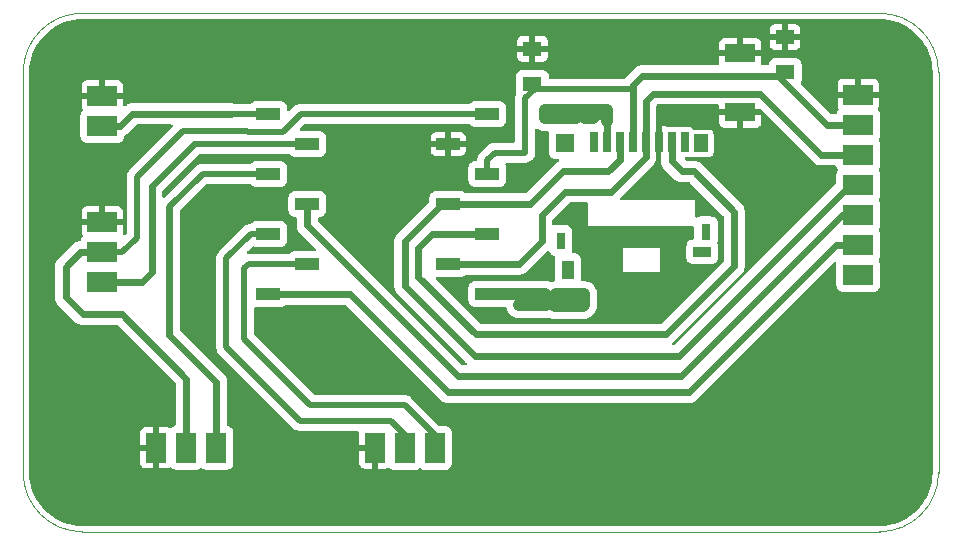
<source format=gbr>
%TF.GenerationSoftware,KiCad,Pcbnew,9.0.0*%
%TF.CreationDate,2025-04-09T09:51:51+03:00*%
%TF.ProjectId,baseball_main_pcb,62617365-6261-46c6-9c5f-6d61696e5f70,rev?*%
%TF.SameCoordinates,Original*%
%TF.FileFunction,Copper,L1,Top*%
%TF.FilePolarity,Positive*%
%FSLAX46Y46*%
G04 Gerber Fmt 4.6, Leading zero omitted, Abs format (unit mm)*
G04 Created by KiCad (PCBNEW 9.0.0) date 2025-04-09 09:51:51*
%MOMM*%
%LPD*%
G01*
G04 APERTURE LIST*
%TA.AperFunction,SMDPad,CuDef*%
%ADD10R,1.600000X1.200000*%
%TD*%
%TA.AperFunction,SMDPad,CuDef*%
%ADD11R,2.600000X1.600000*%
%TD*%
%TA.AperFunction,SMDPad,CuDef*%
%ADD12R,2.000000X1.000000*%
%TD*%
%TA.AperFunction,SMDPad,CuDef*%
%ADD13R,1.700000X2.500000*%
%TD*%
%TA.AperFunction,SMDPad,CuDef*%
%ADD14R,2.500000X1.700000*%
%TD*%
%TA.AperFunction,SMDPad,CuDef*%
%ADD15R,0.700000X1.750000*%
%TD*%
%TA.AperFunction,SMDPad,CuDef*%
%ADD16R,0.800000X1.400000*%
%TD*%
%TA.AperFunction,SMDPad,CuDef*%
%ADD17R,1.500000X0.900000*%
%TD*%
%TA.AperFunction,SMDPad,CuDef*%
%ADD18R,1.300000X1.500000*%
%TD*%
%TA.AperFunction,SMDPad,CuDef*%
%ADD19R,1.000000X1.550000*%
%TD*%
%TA.AperFunction,SMDPad,CuDef*%
%ADD20R,1.500000X1.500000*%
%TD*%
%TA.AperFunction,ViaPad*%
%ADD21C,0.600000*%
%TD*%
%TA.AperFunction,Conductor*%
%ADD22C,0.500000*%
%TD*%
%TA.AperFunction,Conductor*%
%ADD23C,0.600000*%
%TD*%
%TA.AperFunction,Conductor*%
%ADD24C,0.400000*%
%TD*%
%TA.AperFunction,Conductor*%
%ADD25C,1.000000*%
%TD*%
%TA.AperFunction,Profile*%
%ADD26C,0.050000*%
%TD*%
G04 APERTURE END LIST*
D10*
%TO.P,C1,1*%
%TO.N,3V3_ESP*%
X175800000Y-64100000D03*
%TO.P,C1,2*%
%TO.N,GND*%
X175800000Y-61100000D03*
%TD*%
D11*
%TO.P,R1,1*%
%TO.N,GND*%
X193400000Y-61500000D03*
%TO.P,R1,2*%
X193400000Y-66500000D03*
%TD*%
D12*
%TO.P,M1,1,D0*%
%TO.N,D0*%
X153460000Y-66630000D03*
%TO.P,M1,2,D1*%
%TO.N,D1*%
X156760000Y-69170000D03*
%TO.P,M1,3,D2*%
%TO.N,D2*%
X153460000Y-71710000D03*
%TO.P,M1,4,D3*%
%TO.N,D3*%
X156760000Y-74250000D03*
%TO.P,M1,5,D4*%
%TO.N,D4*%
X153460000Y-76790000D03*
%TO.P,M1,6,D5*%
%TO.N,D5*%
X156760000Y-79330000D03*
%TO.P,M1,7,D6*%
%TO.N,D6*%
X153460000Y-81870000D03*
%TO.P,M1,8,D7*%
%TO.N,D7*%
X172000000Y-81870000D03*
%TO.P,M1,9,D8*%
%TO.N,D8*%
X168700000Y-79330000D03*
%TO.P,M1,10,D9*%
%TO.N,D9*%
X172000000Y-76790000D03*
%TO.P,M1,11,D10*%
%TO.N,D10*%
X168700000Y-74250000D03*
%TO.P,M1,12,3V3*%
%TO.N,3V3_ESP*%
X172000000Y-71710000D03*
%TO.P,M1,13,GND*%
%TO.N,GND*%
X168700000Y-69170000D03*
%TO.P,M1,14,5V*%
%TO.N,5V_ESP*%
X172000000Y-66630000D03*
%TD*%
D13*
%TO.P,J9,1,Pin_1*%
%TO.N,D5*%
X167550000Y-94900000D03*
%TO.P,J9,2,Pin_2*%
%TO.N,D4*%
X165010000Y-94900000D03*
%TO.P,J9,3,Pin_3*%
%TO.N,GND*%
X162470000Y-94900000D03*
%TD*%
D14*
%TO.P,J2,1,Pin_1*%
%TO.N,D0*%
X139400000Y-67640000D03*
%TO.P,J2,2,Pin_2*%
%TO.N,GND*%
X139400000Y-65100000D03*
%TD*%
%TO.P,J8,1,Pin_1*%
%TO.N,GND*%
X203400000Y-65000000D03*
%TO.P,J8,2,Pin_2*%
%TO.N,3V3_ESP*%
X203400000Y-67540000D03*
%TO.P,J8,3,Pin_3*%
%TO.N,D8*%
X203400000Y-70080000D03*
%TO.P,J8,4,Pin_4*%
%TO.N,D10*%
X203400000Y-72620000D03*
%TO.P,J8,5,Pin_5*%
%TO.N,D3*%
X203400000Y-75160000D03*
%TO.P,J8,6,Pin_6*%
%TO.N,D6*%
X203400000Y-77700000D03*
%TO.P,J8,7,Pin_7*%
%TO.N,D7*%
X203400000Y-80240000D03*
%TD*%
%TO.P,J5,1,Pin_1*%
%TO.N,D1*%
X139400000Y-80840000D03*
%TO.P,J5,2,Pin_2*%
%TO.N,5V_ESP*%
X139400000Y-78300000D03*
%TO.P,J5,3,Pin_3*%
%TO.N,GND*%
X139400000Y-75760000D03*
%TD*%
D13*
%TO.P,J7,1,Pin_1*%
%TO.N,D2*%
X149050000Y-94890000D03*
%TO.P,J7,2,Pin_2*%
%TO.N,5V_ESP*%
X146510000Y-94890000D03*
%TO.P,J7,3,Pin_3*%
%TO.N,GND*%
X143970000Y-94890000D03*
%TD*%
D15*
%TO.P,J1,1,DAT2*%
%TO.N,unconnected-(J1-DAT2-Pad1)*%
X181000000Y-69000000D03*
%TO.P,J1,2,DAT3/CD*%
%TO.N,D7*%
X182100000Y-69000000D03*
%TO.P,J1,3,CMD*%
%TO.N,D10*%
X183200000Y-69000000D03*
%TO.P,J1,4,VDD*%
%TO.N,3V3_ESP*%
X184300000Y-69000000D03*
%TO.P,J1,5,CLK*%
%TO.N,D8*%
X185400000Y-69000000D03*
%TO.P,J1,6,VSS*%
%TO.N,GND*%
X186500000Y-69000000D03*
%TO.P,J1,7,DAT0*%
%TO.N,D9*%
X187600000Y-69000000D03*
%TO.P,J1,8,DAT1*%
%TO.N,unconnected-(J1-DAT1-Pad8)*%
X188700000Y-69000000D03*
D16*
%TO.P,J1,9,SHIELD*%
%TO.N,unconnected-(J1-SHIELD-Pad9)_1*%
X190500000Y-76600000D03*
D17*
%TO.N,unconnected-(J1-SHIELD-Pad9)_2*%
X190200000Y-78300000D03*
D18*
%TO.N,unconnected-(J1-SHIELD-Pad9)*%
X190100000Y-69100000D03*
D19*
%TO.N,unconnected-(J1-SHIELD-Pad9)_4*%
X178800000Y-79800000D03*
D20*
%TO.N,unconnected-(J1-SHIELD-Pad9)_5*%
X178550000Y-69100000D03*
D16*
%TO.N,unconnected-(J1-SHIELD-Pad9)_3*%
X178200000Y-77350000D03*
%TD*%
D10*
%TO.P,C2,1*%
%TO.N,3V3_ESP*%
X197200000Y-63100000D03*
%TO.P,C2,2*%
%TO.N,GND*%
X197200000Y-60100000D03*
%TD*%
D21*
%TO.N,D7*%
X181200000Y-66300000D03*
X177700000Y-82900000D03*
X202800000Y-80500000D03*
%TD*%
D22*
%TO.N,3V3_ESP*%
X196850000Y-63450000D02*
X196850000Y-63650000D01*
X197200000Y-63100000D02*
X196850000Y-63450000D01*
D23*
X196850000Y-63650000D02*
X200740000Y-67540000D01*
D24*
%TO.N,GND*%
X186500000Y-67400000D02*
X187400000Y-66500000D01*
X187400000Y-66500000D02*
X193400000Y-66500000D01*
X186500000Y-69000000D02*
X186500000Y-67400000D01*
D23*
%TO.N,D0*%
X150330000Y-66620000D02*
X141951000Y-66620000D01*
D22*
X150340000Y-66630000D02*
X153460000Y-66630000D01*
D23*
X141951000Y-66620000D02*
X140931000Y-67640000D01*
D22*
X150330000Y-66620000D02*
X150340000Y-66630000D01*
D23*
X140931000Y-67640000D02*
X139400000Y-67640000D01*
D22*
%TO.N,D1*%
X153630000Y-69160000D02*
X153640000Y-69170000D01*
D23*
X147172564Y-69160000D02*
X143570000Y-72762564D01*
D22*
X153640000Y-69170000D02*
X156760000Y-69170000D01*
D23*
X143570000Y-80020000D02*
X142750000Y-80840000D01*
X142750000Y-80840000D02*
X139400000Y-80840000D01*
X143570000Y-72762564D02*
X143570000Y-80020000D01*
D22*
X153630000Y-69160000D02*
X147172564Y-69160000D01*
%TO.N,5V_ESP*%
X142300000Y-77090000D02*
X142300000Y-71960000D01*
X141090000Y-78300000D02*
X142300000Y-77090000D01*
D23*
X141070000Y-83590000D02*
X137770000Y-83590000D01*
X137770000Y-83590000D02*
X136300000Y-82120000D01*
D22*
X146201000Y-68059000D02*
X151629000Y-68059000D01*
D23*
X136300000Y-82120000D02*
X136300000Y-79550000D01*
D22*
X142300000Y-71960000D02*
X146201000Y-68059000D01*
X151629000Y-68059000D02*
X151729000Y-68159000D01*
D23*
X136300000Y-79550000D02*
X137550000Y-78300000D01*
X137550000Y-78300000D02*
X139400000Y-78300000D01*
X146510000Y-89030000D02*
X141070000Y-83590000D01*
D22*
X151729000Y-68159000D02*
X154669000Y-68159000D01*
X156198000Y-66630000D02*
X172000000Y-66630000D01*
D23*
X146510000Y-94890000D02*
X146510000Y-89030000D01*
D22*
X139400000Y-78300000D02*
X141090000Y-78300000D01*
X154669000Y-68159000D02*
X156198000Y-66630000D01*
%TO.N,D2*%
X150340000Y-71710000D02*
X153460000Y-71710000D01*
X150330000Y-71700000D02*
X147890000Y-71700000D01*
X147890000Y-71700000D02*
X145070000Y-74520000D01*
X150330000Y-71700000D02*
X150340000Y-71710000D01*
D23*
X149050000Y-94890000D02*
X149050000Y-89340000D01*
X149050000Y-89340000D02*
X145070000Y-85360000D01*
X145070000Y-85360000D02*
X145070000Y-74520000D01*
%TO.N,D3*%
X202040000Y-75160000D02*
X203400000Y-75160000D01*
X156760000Y-76060000D02*
X169500000Y-88800000D01*
X169500000Y-88800000D02*
X188400000Y-88800000D01*
X156760000Y-74250000D02*
X156760000Y-76060000D01*
X188400000Y-88800000D02*
X202040000Y-75160000D01*
D22*
%TO.N,D4*%
X163800000Y-92600000D02*
X165010000Y-93810000D01*
X153460000Y-76790000D02*
X151960000Y-76790000D01*
X151960000Y-76790000D02*
X149900000Y-78850000D01*
X149900000Y-86400000D02*
X156100000Y-92600000D01*
X156100000Y-92600000D02*
X163800000Y-92600000D01*
X149900000Y-78850000D02*
X149900000Y-86400000D01*
X165010000Y-93810000D02*
X165010000Y-94900000D01*
%TO.N,D5*%
X151790000Y-79330000D02*
X156760000Y-79330000D01*
X151780000Y-79320000D02*
X151400000Y-79700000D01*
X151400000Y-85700000D02*
X157000000Y-91300000D01*
X165012000Y-91300000D02*
X167550000Y-93838000D01*
X151780000Y-79320000D02*
X151790000Y-79330000D01*
X151400000Y-79700000D02*
X151400000Y-85700000D01*
X157000000Y-91300000D02*
X165012000Y-91300000D01*
X167550000Y-93838000D02*
X167550000Y-94900000D01*
D25*
%TO.N,D7*%
X180100000Y-82900000D02*
X180200000Y-82800000D01*
X180300000Y-67000000D02*
X180950000Y-67000000D01*
X180300000Y-66300000D02*
X180300000Y-67000000D01*
D22*
X181450000Y-66500000D02*
X181400000Y-66550000D01*
D25*
X175900000Y-81870000D02*
X176870000Y-81870000D01*
X181200000Y-66300000D02*
X176900000Y-66300000D01*
D23*
X182100000Y-67250000D02*
X181400000Y-66550000D01*
D22*
X181400000Y-66500000D02*
X181200000Y-66300000D01*
D25*
X175900000Y-81870000D02*
X172000000Y-81870000D01*
X181450000Y-66350000D02*
X181499000Y-66301000D01*
D22*
X181450000Y-66500000D02*
X181400000Y-66500000D01*
D25*
X181450000Y-66500000D02*
X181450000Y-66350000D01*
X178500000Y-81900000D02*
X177800000Y-81900000D01*
X177700000Y-82900000D02*
X180100000Y-82900000D01*
D23*
X182100000Y-69000000D02*
X182100000Y-67250000D01*
D25*
X177000000Y-82700000D02*
X177000000Y-82800000D01*
X181200000Y-66300000D02*
X180300000Y-66300000D01*
X177800000Y-81900000D02*
X177000000Y-82700000D01*
X177000000Y-82800000D02*
X174700000Y-82800000D01*
X181499000Y-66301000D02*
X182100000Y-66301000D01*
X176900000Y-66300000D02*
X176900000Y-67000000D01*
X177100000Y-67000000D02*
X179500000Y-67000000D01*
D22*
X177700000Y-82900000D02*
X177800000Y-83000000D01*
D25*
X180950000Y-67000000D02*
X181450000Y-66500000D01*
X182100000Y-66301000D02*
X182100000Y-67250000D01*
X180200000Y-82800000D02*
X180200000Y-81900000D01*
X180200000Y-81900000D02*
X178500000Y-81900000D01*
D23*
%TO.N,D8*%
X195100000Y-64900000D02*
X186000000Y-64900000D01*
X185400000Y-69000000D02*
X185400000Y-70300000D01*
X186000000Y-64900000D02*
X185400000Y-65500000D01*
X176600000Y-77400000D02*
X174670000Y-79330000D01*
X182500000Y-73200000D02*
X178600000Y-73200000D01*
X174670000Y-79330000D02*
X168700000Y-79330000D01*
X176600000Y-75200000D02*
X176600000Y-77400000D01*
X185400000Y-70300000D02*
X182500000Y-73200000D01*
X178600000Y-73200000D02*
X176600000Y-75200000D01*
X200280000Y-70080000D02*
X195100000Y-64900000D01*
X185400000Y-65500000D02*
X185400000Y-69000000D01*
X203400000Y-70080000D02*
X200280000Y-70080000D01*
%TO.N,D6*%
X168700000Y-90200000D02*
X189050000Y-90200000D01*
X153460000Y-81870000D02*
X160370000Y-81870000D01*
X189050000Y-90200000D02*
X201550000Y-77700000D01*
X160370000Y-81870000D02*
X168700000Y-90200000D01*
X201550000Y-77700000D02*
X203400000Y-77700000D01*
%TO.N,D10*%
X202680000Y-72620000D02*
X203400000Y-72620000D01*
X168700000Y-74250000D02*
X168200000Y-74250000D01*
X178400000Y-71500000D02*
X175650000Y-74250000D01*
X188200000Y-87100000D02*
X202680000Y-72620000D01*
X183200000Y-70527000D02*
X182227000Y-71500000D01*
X165029000Y-81212662D02*
X170916338Y-87100000D01*
X182227000Y-71500000D02*
X178400000Y-71500000D01*
X165029000Y-77421000D02*
X165029000Y-81212662D01*
X175650000Y-74250000D02*
X168700000Y-74250000D01*
X170916338Y-87100000D02*
X188200000Y-87100000D01*
X183200000Y-69000000D02*
X183200000Y-70527000D01*
X168200000Y-74250000D02*
X165029000Y-77421000D01*
%TO.N,D9*%
X192900000Y-79500000D02*
X192900000Y-74900000D01*
X192900000Y-74900000D02*
X189500000Y-71500000D01*
X167330000Y-76800000D02*
X166130000Y-78000000D01*
X171990000Y-76800000D02*
X167330000Y-76800000D01*
X187100000Y-85300000D02*
X192900000Y-79500000D01*
X171030000Y-85300000D02*
X187100000Y-85300000D01*
X188500000Y-71500000D02*
X187600000Y-70600000D01*
X172000000Y-76790000D02*
X171990000Y-76800000D01*
X166130000Y-80400000D02*
X171030000Y-85300000D01*
X187600000Y-70600000D02*
X187600000Y-69000000D01*
X166130000Y-78000000D02*
X166130000Y-80400000D01*
X189500000Y-71500000D02*
X188500000Y-71500000D01*
D22*
X172000000Y-76790000D02*
X172612000Y-76790000D01*
%TO.N,3V3_ESP*%
X175200000Y-65300000D02*
X175200000Y-69900000D01*
X172630000Y-69900000D02*
X172000000Y-70530000D01*
D23*
X185100000Y-63400000D02*
X196600000Y-63400000D01*
D22*
X172000000Y-70530000D02*
X172000000Y-71710000D01*
D23*
X184300000Y-65000000D02*
X184300000Y-64200000D01*
X184300000Y-64200000D02*
X185100000Y-63400000D01*
D22*
X175200000Y-65300000D02*
X176000000Y-64500000D01*
X175200000Y-69900000D02*
X172630000Y-69900000D01*
D23*
X184300000Y-69000000D02*
X184300000Y-65000000D01*
X196600000Y-63400000D02*
X196850000Y-63650000D01*
D22*
X176000000Y-64500000D02*
X184300000Y-64500000D01*
D23*
X200740000Y-67540000D02*
X203400000Y-67540000D01*
X203400000Y-67540000D02*
X203060000Y-67200000D01*
%TD*%
%TA.AperFunction,Conductor*%
%TO.N,GND*%
G36*
X191543039Y-65820185D02*
G01*
X191588794Y-65872989D01*
X191600000Y-65924500D01*
X191600000Y-66250000D01*
X195125138Y-66250000D01*
X195192177Y-66269685D01*
X195212819Y-66286319D01*
X197408854Y-68482353D01*
X199580536Y-70654035D01*
X199644316Y-70717815D01*
X199705966Y-70779465D01*
X199830473Y-70862658D01*
X199853453Y-70878013D01*
X199935393Y-70911953D01*
X200017334Y-70945895D01*
X200135308Y-70969361D01*
X200191303Y-70980499D01*
X200191307Y-70980500D01*
X200191308Y-70980500D01*
X200191309Y-70980500D01*
X201442222Y-70980500D01*
X201509261Y-71000185D01*
X201555016Y-71052989D01*
X201562487Y-71079009D01*
X201562853Y-71078912D01*
X201564956Y-71086762D01*
X201625464Y-71232842D01*
X201657440Y-71274514D01*
X201682634Y-71339684D01*
X201668595Y-71408128D01*
X201657440Y-71425486D01*
X201625464Y-71467157D01*
X201564956Y-71613237D01*
X201564955Y-71613239D01*
X201549501Y-71730629D01*
X201549501Y-71730636D01*
X201549500Y-71730645D01*
X201549500Y-72425638D01*
X201529815Y-72492677D01*
X201513181Y-72513319D01*
X187863319Y-86163181D01*
X187836391Y-86177884D01*
X187810573Y-86194477D01*
X187804372Y-86195368D01*
X187801996Y-86196666D01*
X187775638Y-86199500D01*
X187773362Y-86199500D01*
X187706323Y-86179815D01*
X187660568Y-86127011D01*
X187650624Y-86057853D01*
X187679649Y-85994297D01*
X187685681Y-85987819D01*
X193599461Y-80074038D01*
X193599460Y-80074038D01*
X193599464Y-80074035D01*
X193620878Y-80041987D01*
X193698013Y-79926547D01*
X193724682Y-79862162D01*
X193765895Y-79762666D01*
X193800500Y-79588691D01*
X193800500Y-79411308D01*
X193800500Y-74811309D01*
X193800500Y-74811308D01*
X193765895Y-74637334D01*
X193714255Y-74512666D01*
X193698013Y-74473453D01*
X193623534Y-74361988D01*
X193621698Y-74359240D01*
X193621692Y-74359230D01*
X193599465Y-74325965D01*
X193599459Y-74325958D01*
X190074039Y-70800538D01*
X189999151Y-70750500D01*
X189963303Y-70726547D01*
X189926547Y-70701987D01*
X189844606Y-70668046D01*
X189840584Y-70666380D01*
X189840578Y-70666377D01*
X189762666Y-70634105D01*
X189762658Y-70634103D01*
X189588696Y-70599500D01*
X189588692Y-70599500D01*
X189588691Y-70599500D01*
X188924362Y-70599500D01*
X188894921Y-70590855D01*
X188864935Y-70584332D01*
X188859919Y-70580577D01*
X188857323Y-70579815D01*
X188836681Y-70563181D01*
X188760680Y-70487180D01*
X188727195Y-70425857D01*
X188732179Y-70356165D01*
X188774051Y-70300232D01*
X188839515Y-70275815D01*
X188848361Y-70275499D01*
X189081517Y-70275499D01*
X189081518Y-70275499D01*
X189175304Y-70260646D01*
X189218238Y-70238769D01*
X189286904Y-70225873D01*
X189314937Y-70234106D01*
X189315417Y-70232631D01*
X189324698Y-70235647D01*
X189418475Y-70250499D01*
X189418481Y-70250500D01*
X190781518Y-70250499D01*
X190875304Y-70235646D01*
X190988342Y-70178050D01*
X191078050Y-70088342D01*
X191135646Y-69975304D01*
X191135646Y-69975302D01*
X191135647Y-69975301D01*
X191146541Y-69906517D01*
X191150500Y-69881519D01*
X191150499Y-68318482D01*
X191135646Y-68224696D01*
X191078050Y-68111658D01*
X191078046Y-68111654D01*
X191078045Y-68111652D01*
X190988347Y-68021954D01*
X190988344Y-68021952D01*
X190988342Y-68021950D01*
X190911517Y-67982805D01*
X190875301Y-67964352D01*
X190781524Y-67949500D01*
X189486057Y-67949500D01*
X189419018Y-67929815D01*
X189385789Y-67893092D01*
X189383783Y-67894550D01*
X189378051Y-67886660D01*
X189378050Y-67886658D01*
X189378047Y-67886655D01*
X189378045Y-67886652D01*
X189288347Y-67796954D01*
X189288344Y-67796952D01*
X189288342Y-67796950D01*
X189211517Y-67757805D01*
X189175301Y-67739352D01*
X189081524Y-67724500D01*
X188318482Y-67724500D01*
X188224693Y-67739354D01*
X188224692Y-67739355D01*
X188206293Y-67748730D01*
X188137623Y-67761625D01*
X188093707Y-67748730D01*
X188075303Y-67739353D01*
X187981524Y-67724500D01*
X187218479Y-67724500D01*
X187213162Y-67725343D01*
X187143869Y-67716385D01*
X187119457Y-67702135D01*
X187092089Y-67681647D01*
X187092086Y-67681645D01*
X186957379Y-67631403D01*
X186957372Y-67631401D01*
X186897844Y-67625000D01*
X186750000Y-67625000D01*
X186750000Y-68674298D01*
X186740562Y-68721746D01*
X186735274Y-68734514D01*
X186734105Y-68737337D01*
X186734103Y-68737341D01*
X186699500Y-68911304D01*
X186699500Y-70688696D01*
X186734103Y-70862658D01*
X186734105Y-70862666D01*
X186758196Y-70920827D01*
X186758199Y-70920833D01*
X186760325Y-70925965D01*
X186801987Y-71026547D01*
X186851759Y-71101035D01*
X186855436Y-71106538D01*
X186855437Y-71106540D01*
X186900537Y-71174038D01*
X186900540Y-71174041D01*
X187925964Y-72199464D01*
X187925966Y-72199466D01*
X187960326Y-72222423D01*
X187985040Y-72238936D01*
X188073453Y-72298013D01*
X188155393Y-72331953D01*
X188161480Y-72334474D01*
X188161485Y-72334477D01*
X188197940Y-72349577D01*
X188237334Y-72365895D01*
X188411303Y-72400499D01*
X188411307Y-72400500D01*
X188411308Y-72400500D01*
X188411309Y-72400500D01*
X189075638Y-72400500D01*
X189142677Y-72420185D01*
X189163319Y-72436819D01*
X191963181Y-75236681D01*
X191996666Y-75298004D01*
X191999500Y-75324362D01*
X191999500Y-79075638D01*
X191979815Y-79142677D01*
X191963181Y-79163319D01*
X186763319Y-84363181D01*
X186701996Y-84396666D01*
X186675638Y-84399500D01*
X171454361Y-84399500D01*
X171387322Y-84379815D01*
X171366680Y-84363181D01*
X167645680Y-80642180D01*
X167612195Y-80580857D01*
X167617179Y-80511165D01*
X167659051Y-80455232D01*
X167724515Y-80430815D01*
X167733333Y-80430499D01*
X169739360Y-80430499D01*
X169739363Y-80430499D01*
X169856753Y-80415046D01*
X169856757Y-80415044D01*
X169856762Y-80415044D01*
X170002841Y-80354536D01*
X170128282Y-80258282D01*
X170128283Y-80258279D01*
X170131093Y-80256124D01*
X170196263Y-80230930D01*
X170206580Y-80230500D01*
X174758693Y-80230500D01*
X174758694Y-80230499D01*
X174932666Y-80195895D01*
X175014606Y-80161953D01*
X175096547Y-80128013D01*
X175184959Y-80068936D01*
X175244036Y-80029464D01*
X177040321Y-78233177D01*
X177101642Y-78199694D01*
X177171333Y-78204678D01*
X177227267Y-78246550D01*
X177242561Y-78273407D01*
X177275120Y-78352011D01*
X177275464Y-78352841D01*
X177371718Y-78478282D01*
X177497159Y-78574536D01*
X177643238Y-78635044D01*
X177643243Y-78635044D01*
X177651088Y-78637147D01*
X177650714Y-78638542D01*
X177706519Y-78663225D01*
X177744993Y-78721547D01*
X177745828Y-78791412D01*
X177741003Y-78805354D01*
X177714957Y-78868234D01*
X177714955Y-78868239D01*
X177699501Y-78985629D01*
X177699500Y-78985642D01*
X177699500Y-80614356D01*
X177707893Y-80678114D01*
X177707783Y-80678818D01*
X177708064Y-80679473D01*
X177702405Y-80713293D01*
X177697125Y-80747149D01*
X177696652Y-80747681D01*
X177696535Y-80748384D01*
X177673506Y-80773758D01*
X177650744Y-80799404D01*
X177649897Y-80799772D01*
X177649579Y-80800124D01*
X177646442Y-80801278D01*
X177617146Y-80814044D01*
X177610814Y-80815746D01*
X177542299Y-80826598D01*
X177407356Y-80870443D01*
X177404261Y-80871276D01*
X177372402Y-80870543D01*
X177340545Y-80871454D01*
X177335959Y-80869706D01*
X177334410Y-80869671D01*
X177332525Y-80868397D01*
X177315775Y-80862014D01*
X177292448Y-80850128D01*
X177292442Y-80850126D01*
X177278091Y-80845463D01*
X177127701Y-80796598D01*
X177127699Y-80796597D01*
X177127698Y-80796597D01*
X176981512Y-80773444D01*
X176956611Y-80769500D01*
X175986611Y-80769500D01*
X171913389Y-80769500D01*
X171913385Y-80769500D01*
X170960636Y-80769500D01*
X170843246Y-80784953D01*
X170843237Y-80784956D01*
X170697160Y-80845463D01*
X170571718Y-80941718D01*
X170475463Y-81067160D01*
X170414956Y-81213237D01*
X170414955Y-81213239D01*
X170399501Y-81330629D01*
X170399500Y-81330645D01*
X170399500Y-82409363D01*
X170414953Y-82526753D01*
X170414956Y-82526762D01*
X170474210Y-82669815D01*
X170475464Y-82672841D01*
X170571718Y-82798282D01*
X170697159Y-82894536D01*
X170843238Y-82955044D01*
X170960639Y-82970500D01*
X171903386Y-82970499D01*
X171903400Y-82970500D01*
X171913389Y-82970500D01*
X173508173Y-82970500D01*
X173575212Y-82990185D01*
X173620967Y-83042989D01*
X173626104Y-83056181D01*
X173680128Y-83222449D01*
X173758768Y-83376788D01*
X173860586Y-83516928D01*
X173983072Y-83639414D01*
X174123212Y-83741232D01*
X174277555Y-83819873D01*
X174442299Y-83873402D01*
X174613389Y-83900500D01*
X174613390Y-83900500D01*
X177086609Y-83900500D01*
X177086611Y-83900500D01*
X177163477Y-83888325D01*
X177232767Y-83897279D01*
X177239150Y-83900305D01*
X177277555Y-83919873D01*
X177442299Y-83973402D01*
X177613389Y-84000500D01*
X177613390Y-84000500D01*
X180186610Y-84000500D01*
X180186611Y-84000500D01*
X180357701Y-83973402D01*
X180522445Y-83919873D01*
X180676788Y-83841232D01*
X180816928Y-83739414D01*
X181039414Y-83516928D01*
X181141232Y-83376788D01*
X181219873Y-83222446D01*
X181273402Y-83057701D01*
X181300500Y-82886611D01*
X181300500Y-82713390D01*
X181300500Y-82713389D01*
X181300500Y-81813389D01*
X181273402Y-81642299D01*
X181219873Y-81477555D01*
X181141232Y-81323212D01*
X181039414Y-81183072D01*
X180916928Y-81060586D01*
X180776788Y-80958768D01*
X180622445Y-80880127D01*
X180457701Y-80826598D01*
X180457699Y-80826597D01*
X180457698Y-80826597D01*
X180326271Y-80805781D01*
X180286611Y-80799500D01*
X180286610Y-80799500D01*
X180017521Y-80799500D01*
X179950482Y-80779815D01*
X179904727Y-80727011D01*
X179894582Y-80659315D01*
X179896188Y-80647112D01*
X179900500Y-80614361D01*
X179900500Y-80000000D01*
X183500000Y-80000000D01*
X186600000Y-80000000D01*
X186600000Y-78000000D01*
X183500000Y-78000000D01*
X183500000Y-80000000D01*
X179900500Y-80000000D01*
X179900499Y-78985640D01*
X179900499Y-78985639D01*
X179900499Y-78985636D01*
X179885046Y-78868246D01*
X179885044Y-78868239D01*
X179885044Y-78868238D01*
X179824536Y-78722159D01*
X179728282Y-78596718D01*
X179602841Y-78500464D01*
X179551505Y-78479200D01*
X179456762Y-78439956D01*
X179456760Y-78439955D01*
X179339370Y-78424501D01*
X179339367Y-78424500D01*
X179339361Y-78424500D01*
X179339354Y-78424500D01*
X179280433Y-78424500D01*
X179213394Y-78404815D01*
X179167639Y-78352011D01*
X179157695Y-78282853D01*
X179165872Y-78253048D01*
X179175625Y-78229501D01*
X179185044Y-78206762D01*
X179200500Y-78089361D01*
X179200499Y-77339370D01*
X179200499Y-76610636D01*
X179185046Y-76493246D01*
X179185044Y-76493241D01*
X179185044Y-76493238D01*
X179124536Y-76347159D01*
X179028282Y-76221718D01*
X178902841Y-76125464D01*
X178888889Y-76119685D01*
X178756762Y-76064956D01*
X178756760Y-76064955D01*
X178639361Y-76049500D01*
X177760636Y-76049500D01*
X177640683Y-76065291D01*
X177571648Y-76054524D01*
X177519393Y-76008143D01*
X177500500Y-75942352D01*
X177500500Y-75624362D01*
X177520185Y-75557323D01*
X177536819Y-75536681D01*
X178936681Y-74136819D01*
X178998004Y-74103334D01*
X179024362Y-74100500D01*
X180376000Y-74100500D01*
X180443039Y-74120185D01*
X180488794Y-74172989D01*
X180500000Y-74224500D01*
X180500000Y-76100000D01*
X189375500Y-76100000D01*
X189442539Y-76119685D01*
X189488294Y-76172489D01*
X189499500Y-76224000D01*
X189499500Y-77129057D01*
X189479815Y-77196096D01*
X189427011Y-77241851D01*
X189391684Y-77251996D01*
X189293245Y-77264954D01*
X189293237Y-77264956D01*
X189147160Y-77325463D01*
X189021718Y-77421718D01*
X188925463Y-77547160D01*
X188864956Y-77693237D01*
X188864955Y-77693239D01*
X188849501Y-77810629D01*
X188849501Y-77810636D01*
X188849500Y-77810645D01*
X188849500Y-78789363D01*
X188864953Y-78906753D01*
X188864956Y-78906762D01*
X188925464Y-79052841D01*
X189021718Y-79178282D01*
X189147159Y-79274536D01*
X189293238Y-79335044D01*
X189410639Y-79350500D01*
X190989360Y-79350499D01*
X190989363Y-79350499D01*
X191106753Y-79335046D01*
X191106757Y-79335044D01*
X191106762Y-79335044D01*
X191252841Y-79274536D01*
X191378282Y-79178282D01*
X191474536Y-79052841D01*
X191535044Y-78906762D01*
X191550500Y-78789361D01*
X191550499Y-77810640D01*
X191550499Y-77810639D01*
X191550499Y-77810636D01*
X191535046Y-77693246D01*
X191535044Y-77693242D01*
X191535044Y-77693238D01*
X191480722Y-77562095D01*
X191473254Y-77492628D01*
X191480723Y-77467192D01*
X191485044Y-77456762D01*
X191500500Y-77339361D01*
X191500499Y-75860640D01*
X191500499Y-75860636D01*
X191485046Y-75743246D01*
X191485044Y-75743241D01*
X191485044Y-75743238D01*
X191424536Y-75597159D01*
X191328282Y-75471718D01*
X191202841Y-75375464D01*
X191190084Y-75370180D01*
X191056762Y-75314956D01*
X191056760Y-75314955D01*
X190939361Y-75299500D01*
X190060636Y-75299500D01*
X189943246Y-75314953D01*
X189943237Y-75314956D01*
X189797156Y-75375465D01*
X189790119Y-75379528D01*
X189789067Y-75377706D01*
X189734314Y-75398872D01*
X189665870Y-75384832D01*
X189615881Y-75336017D01*
X189600000Y-75275302D01*
X189600000Y-73900000D01*
X183372862Y-73900000D01*
X183305823Y-73880315D01*
X183260068Y-73827511D01*
X183250124Y-73758353D01*
X183279149Y-73694797D01*
X183285181Y-73688319D01*
X186099463Y-70874036D01*
X186099465Y-70874033D01*
X186107061Y-70862666D01*
X186198013Y-70726547D01*
X186201630Y-70717816D01*
X186228185Y-70653704D01*
X186265894Y-70562666D01*
X186267909Y-70552539D01*
X186300499Y-70388695D01*
X186300500Y-70388693D01*
X186300500Y-67347844D01*
X191600000Y-67347844D01*
X191606401Y-67407372D01*
X191606403Y-67407379D01*
X191656645Y-67542086D01*
X191656649Y-67542093D01*
X191742809Y-67657187D01*
X191742812Y-67657190D01*
X191857906Y-67743350D01*
X191857913Y-67743354D01*
X191992620Y-67793596D01*
X191992627Y-67793598D01*
X192052155Y-67799999D01*
X192052172Y-67800000D01*
X193150000Y-67800000D01*
X193650000Y-67800000D01*
X194747828Y-67800000D01*
X194747844Y-67799999D01*
X194807372Y-67793598D01*
X194807379Y-67793596D01*
X194942086Y-67743354D01*
X194942093Y-67743350D01*
X195057187Y-67657190D01*
X195057190Y-67657187D01*
X195143350Y-67542093D01*
X195143354Y-67542086D01*
X195193596Y-67407379D01*
X195193598Y-67407372D01*
X195199999Y-67347844D01*
X195200000Y-67347827D01*
X195200000Y-66750000D01*
X193650000Y-66750000D01*
X193650000Y-67800000D01*
X193150000Y-67800000D01*
X193150000Y-66750000D01*
X191600000Y-66750000D01*
X191600000Y-67347844D01*
X186300500Y-67347844D01*
X186300500Y-65924500D01*
X186320185Y-65857461D01*
X186372989Y-65811706D01*
X186424500Y-65800500D01*
X191476000Y-65800500D01*
X191543039Y-65820185D01*
G37*
%TD.AperFunction*%
%TA.AperFunction,Conductor*%
G36*
X205202702Y-58600617D02*
G01*
X205586771Y-58617386D01*
X205597506Y-58618326D01*
X205975971Y-58668152D01*
X205986597Y-58670025D01*
X206359284Y-58752648D01*
X206369710Y-58755442D01*
X206733765Y-58870227D01*
X206743911Y-58873920D01*
X207096578Y-59020000D01*
X207106369Y-59024566D01*
X207444942Y-59200816D01*
X207454310Y-59206224D01*
X207776244Y-59411318D01*
X207785105Y-59417523D01*
X208087930Y-59649889D01*
X208096217Y-59656843D01*
X208377635Y-59914715D01*
X208385284Y-59922364D01*
X208643156Y-60203782D01*
X208650110Y-60212069D01*
X208882476Y-60514894D01*
X208888681Y-60523755D01*
X209093775Y-60845689D01*
X209099183Y-60855057D01*
X209275430Y-61193623D01*
X209280002Y-61203427D01*
X209426075Y-61556078D01*
X209429775Y-61566244D01*
X209544554Y-61930278D01*
X209547354Y-61940727D01*
X209629971Y-62313389D01*
X209631849Y-62324042D01*
X209681671Y-62702473D01*
X209682614Y-62713249D01*
X209699382Y-63097297D01*
X209699500Y-63102706D01*
X209699500Y-96997293D01*
X209699382Y-97002702D01*
X209682614Y-97386750D01*
X209681671Y-97397526D01*
X209631849Y-97775957D01*
X209629971Y-97786610D01*
X209547354Y-98159272D01*
X209544554Y-98169721D01*
X209429775Y-98533755D01*
X209426075Y-98543921D01*
X209280002Y-98896572D01*
X209275430Y-98906376D01*
X209099183Y-99244942D01*
X209093775Y-99254310D01*
X208888681Y-99576244D01*
X208882476Y-99585105D01*
X208650110Y-99887930D01*
X208643156Y-99896217D01*
X208385284Y-100177635D01*
X208377635Y-100185284D01*
X208096217Y-100443156D01*
X208087930Y-100450110D01*
X207785105Y-100682476D01*
X207776244Y-100688681D01*
X207454310Y-100893775D01*
X207444942Y-100899183D01*
X207106376Y-101075430D01*
X207096572Y-101080002D01*
X206743921Y-101226075D01*
X206733755Y-101229775D01*
X206369721Y-101344554D01*
X206359272Y-101347354D01*
X205986610Y-101429971D01*
X205975957Y-101431849D01*
X205597526Y-101481671D01*
X205586750Y-101482614D01*
X205202703Y-101499382D01*
X205197294Y-101499500D01*
X137702706Y-101499500D01*
X137697297Y-101499382D01*
X137313249Y-101482614D01*
X137302473Y-101481671D01*
X136924042Y-101431849D01*
X136913389Y-101429971D01*
X136540727Y-101347354D01*
X136530278Y-101344554D01*
X136166244Y-101229775D01*
X136156078Y-101226075D01*
X135803427Y-101080002D01*
X135793623Y-101075430D01*
X135455057Y-100899183D01*
X135445689Y-100893775D01*
X135123755Y-100688681D01*
X135114894Y-100682476D01*
X134812069Y-100450110D01*
X134803782Y-100443156D01*
X134522364Y-100185284D01*
X134514715Y-100177635D01*
X134256843Y-99896217D01*
X134249889Y-99887930D01*
X134017523Y-99585105D01*
X134011318Y-99576244D01*
X133806224Y-99254310D01*
X133800816Y-99244942D01*
X133624569Y-98906376D01*
X133619997Y-98896572D01*
X133473924Y-98543921D01*
X133470224Y-98533755D01*
X133355442Y-98169710D01*
X133352648Y-98159284D01*
X133270025Y-97786597D01*
X133268152Y-97775971D01*
X133218326Y-97397506D01*
X133217386Y-97386771D01*
X133200618Y-97002702D01*
X133200500Y-96997293D01*
X133200500Y-96187844D01*
X142620000Y-96187844D01*
X142626401Y-96247372D01*
X142626403Y-96247379D01*
X142676645Y-96382086D01*
X142676649Y-96382093D01*
X142762809Y-96497187D01*
X142762812Y-96497190D01*
X142877906Y-96583350D01*
X142877913Y-96583354D01*
X143012620Y-96633596D01*
X143012627Y-96633598D01*
X143072155Y-96639999D01*
X143072172Y-96640000D01*
X143720000Y-96640000D01*
X143720000Y-95140000D01*
X142620000Y-95140000D01*
X142620000Y-96187844D01*
X133200500Y-96187844D01*
X133200500Y-93592155D01*
X142620000Y-93592155D01*
X142620000Y-94640000D01*
X143720000Y-94640000D01*
X143720000Y-93140000D01*
X143072155Y-93140000D01*
X143012627Y-93146401D01*
X143012620Y-93146403D01*
X142877913Y-93196645D01*
X142877906Y-93196649D01*
X142762812Y-93282809D01*
X142762809Y-93282812D01*
X142676649Y-93397906D01*
X142676645Y-93397913D01*
X142626403Y-93532620D01*
X142626401Y-93532627D01*
X142620000Y-93592155D01*
X133200500Y-93592155D01*
X133200500Y-79461309D01*
X135399500Y-79461309D01*
X135399500Y-79466219D01*
X135399500Y-82208696D01*
X135434103Y-82382659D01*
X135434104Y-82382663D01*
X135434105Y-82382666D01*
X135459526Y-82444036D01*
X135501987Y-82546547D01*
X135561063Y-82634959D01*
X135564507Y-82640113D01*
X135564510Y-82640119D01*
X135600534Y-82694034D01*
X137195966Y-84289466D01*
X137230326Y-84312423D01*
X137255040Y-84328936D01*
X137343453Y-84388013D01*
X137425393Y-84421953D01*
X137431480Y-84424474D01*
X137431485Y-84424477D01*
X137467940Y-84439577D01*
X137507334Y-84455895D01*
X137681303Y-84490499D01*
X137681307Y-84490500D01*
X137681308Y-84490500D01*
X137681309Y-84490500D01*
X140645638Y-84490500D01*
X140712677Y-84510185D01*
X140733319Y-84526819D01*
X145573181Y-89366680D01*
X145606666Y-89428003D01*
X145609500Y-89454361D01*
X145609500Y-92932221D01*
X145589815Y-92999260D01*
X145537011Y-93045015D01*
X145510990Y-93052489D01*
X145511088Y-93052853D01*
X145503237Y-93054956D01*
X145357157Y-93115464D01*
X145232454Y-93211153D01*
X145167285Y-93236347D01*
X145098840Y-93222309D01*
X145082658Y-93212044D01*
X145062093Y-93196649D01*
X144927376Y-93146402D01*
X144927372Y-93146401D01*
X144867844Y-93140000D01*
X144220000Y-93140000D01*
X144220000Y-96640000D01*
X144867828Y-96640000D01*
X144867844Y-96639999D01*
X144927372Y-96633598D01*
X144927376Y-96633597D01*
X145062089Y-96583352D01*
X145082653Y-96567957D01*
X145148117Y-96543538D01*
X145216390Y-96558388D01*
X145232453Y-96568846D01*
X145357157Y-96664535D01*
X145357158Y-96664535D01*
X145357159Y-96664536D01*
X145503238Y-96725044D01*
X145620639Y-96740500D01*
X147399360Y-96740499D01*
X147399363Y-96740499D01*
X147516753Y-96725046D01*
X147516757Y-96725044D01*
X147516762Y-96725044D01*
X147662836Y-96664538D01*
X147662837Y-96664538D01*
X147662837Y-96664537D01*
X147662841Y-96664536D01*
X147704514Y-96632558D01*
X147769682Y-96607365D01*
X147838127Y-96621403D01*
X147855481Y-96632555D01*
X147897159Y-96664536D01*
X147897162Y-96664537D01*
X147897163Y-96664538D01*
X147970198Y-96694790D01*
X148043238Y-96725044D01*
X148160639Y-96740500D01*
X149939360Y-96740499D01*
X149939363Y-96740499D01*
X150056753Y-96725046D01*
X150056757Y-96725044D01*
X150056762Y-96725044D01*
X150202841Y-96664536D01*
X150328282Y-96568282D01*
X150424536Y-96442841D01*
X150485044Y-96296762D01*
X150498067Y-96197844D01*
X161120000Y-96197844D01*
X161126401Y-96257372D01*
X161126403Y-96257379D01*
X161176645Y-96392086D01*
X161176649Y-96392093D01*
X161262809Y-96507187D01*
X161262812Y-96507190D01*
X161377906Y-96593350D01*
X161377913Y-96593354D01*
X161512620Y-96643596D01*
X161512627Y-96643598D01*
X161572155Y-96649999D01*
X161572172Y-96650000D01*
X162220000Y-96650000D01*
X162220000Y-95150000D01*
X161120000Y-95150000D01*
X161120000Y-96197844D01*
X150498067Y-96197844D01*
X150500500Y-96179361D01*
X150500499Y-94774000D01*
X150500499Y-93600636D01*
X150485046Y-93483246D01*
X150485044Y-93483241D01*
X150485044Y-93483238D01*
X150424536Y-93337159D01*
X150328282Y-93211718D01*
X150202841Y-93115464D01*
X150056762Y-93054956D01*
X150048912Y-93052853D01*
X150049355Y-93051199D01*
X149994410Y-93026886D01*
X149955944Y-92968558D01*
X149950500Y-92932221D01*
X149950500Y-89251308D01*
X149950499Y-89251307D01*
X149924121Y-89118692D01*
X149915895Y-89077334D01*
X149859551Y-88941309D01*
X149858358Y-88938428D01*
X149848014Y-88913454D01*
X149848011Y-88913450D01*
X149750379Y-88767334D01*
X149750366Y-88767315D01*
X149749464Y-88765964D01*
X146006819Y-85023319D01*
X145973334Y-84961996D01*
X145970500Y-84935638D01*
X145970500Y-78766228D01*
X149049500Y-78766228D01*
X149049500Y-86483771D01*
X149082181Y-86648073D01*
X149082184Y-86648082D01*
X149146296Y-86802863D01*
X149146297Y-86802866D01*
X149239372Y-86942161D01*
X149239375Y-86942165D01*
X155557830Y-93260619D01*
X155557831Y-93260620D01*
X155557834Y-93260622D01*
X155557838Y-93260626D01*
X155697137Y-93353704D01*
X155806584Y-93399037D01*
X155851918Y-93417816D01*
X156016228Y-93450499D01*
X156016232Y-93450500D01*
X156016233Y-93450500D01*
X160998260Y-93450500D01*
X161065299Y-93470185D01*
X161111054Y-93522989D01*
X161121550Y-93587755D01*
X161120000Y-93602171D01*
X161120000Y-94650000D01*
X162346000Y-94650000D01*
X162413039Y-94669685D01*
X162458794Y-94722489D01*
X162470000Y-94774000D01*
X162470000Y-94900000D01*
X162596000Y-94900000D01*
X162663039Y-94919685D01*
X162708794Y-94972489D01*
X162720000Y-95024000D01*
X162720000Y-96650000D01*
X163367828Y-96650000D01*
X163367844Y-96649999D01*
X163427372Y-96643598D01*
X163427376Y-96643597D01*
X163562089Y-96593352D01*
X163582653Y-96577957D01*
X163648117Y-96553538D01*
X163716390Y-96568388D01*
X163732453Y-96578846D01*
X163857157Y-96674535D01*
X163857158Y-96674535D01*
X163857159Y-96674536D01*
X164003238Y-96735044D01*
X164120639Y-96750500D01*
X165899360Y-96750499D01*
X165899363Y-96750499D01*
X166016753Y-96735046D01*
X166016757Y-96735044D01*
X166016762Y-96735044D01*
X166162836Y-96674538D01*
X166162837Y-96674538D01*
X166162837Y-96674537D01*
X166162841Y-96674536D01*
X166204514Y-96642558D01*
X166269682Y-96617365D01*
X166338127Y-96631403D01*
X166355481Y-96642555D01*
X166397159Y-96674536D01*
X166397162Y-96674537D01*
X166397163Y-96674538D01*
X166470198Y-96704790D01*
X166543238Y-96735044D01*
X166660639Y-96750500D01*
X168439360Y-96750499D01*
X168439363Y-96750499D01*
X168556753Y-96735046D01*
X168556757Y-96735044D01*
X168556762Y-96735044D01*
X168702841Y-96674536D01*
X168828282Y-96578282D01*
X168924536Y-96452841D01*
X168985044Y-96306762D01*
X169000500Y-96189361D01*
X169000499Y-93610640D01*
X169000499Y-93610639D01*
X169000499Y-93610636D01*
X168985046Y-93493246D01*
X168985044Y-93493241D01*
X168985044Y-93493238D01*
X168924536Y-93347159D01*
X168828282Y-93221718D01*
X168702841Y-93125464D01*
X168678696Y-93115463D01*
X168556762Y-93064956D01*
X168556760Y-93064955D01*
X168439370Y-93049501D01*
X168439367Y-93049500D01*
X168439361Y-93049500D01*
X168439354Y-93049500D01*
X168015651Y-93049500D01*
X167948612Y-93029815D01*
X167927970Y-93013181D01*
X165554165Y-90639375D01*
X165554161Y-90639372D01*
X165414866Y-90546297D01*
X165414863Y-90546296D01*
X165305416Y-90500962D01*
X165305414Y-90500961D01*
X165260086Y-90482185D01*
X165260074Y-90482182D01*
X165095771Y-90449500D01*
X165095767Y-90449500D01*
X157403651Y-90449500D01*
X157336612Y-90429815D01*
X157315970Y-90413181D01*
X152286819Y-85384030D01*
X152253334Y-85322707D01*
X152250500Y-85296349D01*
X152250500Y-83089495D01*
X152270185Y-83022456D01*
X152322989Y-82976701D01*
X152390684Y-82966556D01*
X152420639Y-82970500D01*
X154499360Y-82970499D01*
X154499363Y-82970499D01*
X154616753Y-82955046D01*
X154616757Y-82955044D01*
X154616762Y-82955044D01*
X154762841Y-82894536D01*
X154888282Y-82798282D01*
X154888283Y-82798279D01*
X154891093Y-82796124D01*
X154956263Y-82770930D01*
X154966580Y-82770500D01*
X159945638Y-82770500D01*
X160012677Y-82790185D01*
X160033319Y-82806819D01*
X168125966Y-90899466D01*
X168160326Y-90922423D01*
X168185040Y-90938936D01*
X168273453Y-90998013D01*
X168355393Y-91031953D01*
X168361480Y-91034474D01*
X168361485Y-91034477D01*
X168397940Y-91049577D01*
X168437334Y-91065895D01*
X168611303Y-91100499D01*
X168611307Y-91100500D01*
X168611308Y-91100500D01*
X189138693Y-91100500D01*
X189138694Y-91100499D01*
X189312666Y-91065895D01*
X189394606Y-91031953D01*
X189476547Y-90998013D01*
X189564959Y-90938936D01*
X189624036Y-90899464D01*
X201348305Y-79175193D01*
X201409626Y-79141710D01*
X201479318Y-79146694D01*
X201535251Y-79188566D01*
X201559668Y-79254030D01*
X201558923Y-79279061D01*
X201549519Y-79350498D01*
X201549501Y-79350636D01*
X201549500Y-79350645D01*
X201549500Y-81129363D01*
X201564953Y-81246753D01*
X201564956Y-81246762D01*
X201599701Y-81330645D01*
X201625464Y-81392841D01*
X201721718Y-81518282D01*
X201847159Y-81614536D01*
X201993238Y-81675044D01*
X202110639Y-81690500D01*
X204689360Y-81690499D01*
X204689363Y-81690499D01*
X204806753Y-81675046D01*
X204806757Y-81675044D01*
X204806762Y-81675044D01*
X204952841Y-81614536D01*
X205078282Y-81518282D01*
X205174536Y-81392841D01*
X205235044Y-81246762D01*
X205250500Y-81129361D01*
X205250499Y-79350640D01*
X205250499Y-79350639D01*
X205250499Y-79350636D01*
X205235046Y-79233246D01*
X205235044Y-79233241D01*
X205235044Y-79233238D01*
X205194450Y-79135236D01*
X205174538Y-79087163D01*
X205174538Y-79087162D01*
X205174536Y-79087159D01*
X205142558Y-79045485D01*
X205117365Y-78980318D01*
X205131403Y-78911873D01*
X205142555Y-78894518D01*
X205174536Y-78852841D01*
X205235044Y-78706762D01*
X205250500Y-78589361D01*
X205250499Y-76810640D01*
X205250499Y-76810636D01*
X205235046Y-76693246D01*
X205235044Y-76693241D01*
X205235044Y-76693238D01*
X205174538Y-76547163D01*
X205174538Y-76547162D01*
X205166997Y-76537334D01*
X205142558Y-76505485D01*
X205117365Y-76440318D01*
X205131403Y-76371873D01*
X205142555Y-76354518D01*
X205174536Y-76312841D01*
X205235044Y-76166762D01*
X205250500Y-76049361D01*
X205250499Y-74270640D01*
X205250499Y-74270636D01*
X205235046Y-74153246D01*
X205235044Y-74153241D01*
X205235044Y-74153238D01*
X205174538Y-74007163D01*
X205174538Y-74007162D01*
X205174536Y-74007159D01*
X205142558Y-73965485D01*
X205117365Y-73900318D01*
X205131403Y-73831873D01*
X205142555Y-73814518D01*
X205174536Y-73772841D01*
X205235044Y-73626762D01*
X205250500Y-73509361D01*
X205250499Y-71730640D01*
X205250499Y-71730639D01*
X205250499Y-71730636D01*
X205235046Y-71613246D01*
X205235044Y-71613239D01*
X205235044Y-71613238D01*
X205174538Y-71467163D01*
X205174538Y-71467162D01*
X205174534Y-71467157D01*
X205142558Y-71425485D01*
X205117365Y-71360318D01*
X205131403Y-71291873D01*
X205142555Y-71274518D01*
X205174536Y-71232841D01*
X205235044Y-71086762D01*
X205250500Y-70969361D01*
X205250499Y-69190640D01*
X205250499Y-69190636D01*
X205235046Y-69073246D01*
X205235044Y-69073241D01*
X205235044Y-69073238D01*
X205174538Y-68927163D01*
X205174538Y-68927162D01*
X205173263Y-68925500D01*
X205142558Y-68885485D01*
X205117365Y-68820318D01*
X205131403Y-68751873D01*
X205142555Y-68734518D01*
X205174536Y-68692841D01*
X205235044Y-68546762D01*
X205250500Y-68429361D01*
X205250499Y-66650640D01*
X205250499Y-66650636D01*
X205235046Y-66533246D01*
X205235044Y-66533241D01*
X205235044Y-66533238D01*
X205174536Y-66387159D01*
X205174535Y-66387158D01*
X205174535Y-66387157D01*
X205078846Y-66262453D01*
X205053652Y-66197284D01*
X205067690Y-66128839D01*
X205077957Y-66112653D01*
X205093352Y-66092089D01*
X205143597Y-65957376D01*
X205143598Y-65957372D01*
X205149999Y-65897844D01*
X205150000Y-65897827D01*
X205150000Y-65250000D01*
X201650000Y-65250000D01*
X201650000Y-65897844D01*
X201656401Y-65957372D01*
X201656402Y-65957376D01*
X201706649Y-66092093D01*
X201722044Y-66112658D01*
X201746461Y-66178122D01*
X201731609Y-66246395D01*
X201721153Y-66262454D01*
X201625464Y-66387157D01*
X201564956Y-66533237D01*
X201562853Y-66541088D01*
X201561196Y-66540644D01*
X201536899Y-66595576D01*
X201478577Y-66634051D01*
X201442222Y-66639500D01*
X201164361Y-66639500D01*
X201097322Y-66619815D01*
X201076680Y-66603181D01*
X198575654Y-64102155D01*
X201650000Y-64102155D01*
X201650000Y-64750000D01*
X203150000Y-64750000D01*
X203650000Y-64750000D01*
X205150000Y-64750000D01*
X205150000Y-64102172D01*
X205149999Y-64102155D01*
X205143598Y-64042627D01*
X205143596Y-64042620D01*
X205093354Y-63907913D01*
X205093350Y-63907906D01*
X205007190Y-63792812D01*
X205007187Y-63792809D01*
X204892093Y-63706649D01*
X204892086Y-63706645D01*
X204757379Y-63656403D01*
X204757372Y-63656401D01*
X204697844Y-63650000D01*
X203650000Y-63650000D01*
X203650000Y-64750000D01*
X203150000Y-64750000D01*
X203150000Y-63650000D01*
X202102155Y-63650000D01*
X202042627Y-63656401D01*
X202042620Y-63656403D01*
X201907913Y-63706645D01*
X201907906Y-63706649D01*
X201792812Y-63792809D01*
X201792809Y-63792812D01*
X201706649Y-63907906D01*
X201706645Y-63907913D01*
X201656403Y-64042620D01*
X201656401Y-64042627D01*
X201650000Y-64102155D01*
X198575654Y-64102155D01*
X198569006Y-64095507D01*
X198535521Y-64034184D01*
X198540505Y-63964492D01*
X198542109Y-63960414D01*
X198585044Y-63856762D01*
X198600500Y-63739361D01*
X198600499Y-62460640D01*
X198600499Y-62460639D01*
X198600499Y-62460636D01*
X198585046Y-62343246D01*
X198585044Y-62343239D01*
X198585044Y-62343238D01*
X198524536Y-62197159D01*
X198428282Y-62071718D01*
X198302841Y-61975464D01*
X198290248Y-61970248D01*
X198156762Y-61914956D01*
X198156760Y-61914955D01*
X198039370Y-61899501D01*
X198039367Y-61899500D01*
X198039361Y-61899500D01*
X198039354Y-61899500D01*
X196360636Y-61899500D01*
X196243246Y-61914953D01*
X196243237Y-61914956D01*
X196097160Y-61975463D01*
X195971718Y-62071718D01*
X195875463Y-62197160D01*
X195814956Y-62343237D01*
X195814955Y-62343239D01*
X195808578Y-62391685D01*
X195780312Y-62455582D01*
X195721987Y-62494053D01*
X195685639Y-62499500D01*
X195321740Y-62499500D01*
X195254701Y-62479815D01*
X195208946Y-62427011D01*
X195198450Y-62362245D01*
X195199999Y-62347828D01*
X195200000Y-62347827D01*
X195200000Y-61750000D01*
X191600000Y-61750000D01*
X191600000Y-62347828D01*
X191601550Y-62362245D01*
X191589144Y-62431004D01*
X191541534Y-62482142D01*
X191478260Y-62499500D01*
X185011303Y-62499500D01*
X184837341Y-62534103D01*
X184837333Y-62534105D01*
X184673455Y-62601985D01*
X184673446Y-62601990D01*
X184525964Y-62700535D01*
X184525960Y-62700538D01*
X183613318Y-63613181D01*
X183551995Y-63646666D01*
X183525637Y-63649500D01*
X177324499Y-63649500D01*
X177257460Y-63629815D01*
X177211705Y-63577011D01*
X177200499Y-63525500D01*
X177200499Y-63460636D01*
X177185046Y-63343246D01*
X177185044Y-63343239D01*
X177185044Y-63343238D01*
X177124536Y-63197159D01*
X177028282Y-63071718D01*
X176902841Y-62975464D01*
X176756762Y-62914956D01*
X176756760Y-62914955D01*
X176639370Y-62899501D01*
X176639367Y-62899500D01*
X176639361Y-62899500D01*
X176639354Y-62899500D01*
X174960636Y-62899500D01*
X174843246Y-62914953D01*
X174843237Y-62914956D01*
X174697160Y-62975463D01*
X174571718Y-63071718D01*
X174475463Y-63197160D01*
X174414956Y-63343237D01*
X174414955Y-63343239D01*
X174399501Y-63460629D01*
X174399501Y-63460636D01*
X174399500Y-63460645D01*
X174399500Y-64739363D01*
X174414953Y-64856753D01*
X174414957Y-64856765D01*
X174419332Y-64867327D01*
X174422611Y-64897832D01*
X174428061Y-64928029D01*
X174426511Y-64934101D01*
X174426801Y-64936796D01*
X174419334Y-64962227D01*
X174408376Y-64988685D01*
X174408374Y-64988690D01*
X174382184Y-65051917D01*
X174382182Y-65051925D01*
X174349500Y-65216228D01*
X174349500Y-68925500D01*
X174329815Y-68992539D01*
X174277011Y-69038294D01*
X174225500Y-69049500D01*
X172546228Y-69049500D01*
X172381924Y-69082182D01*
X172381914Y-69082185D01*
X172361841Y-69090500D01*
X172227136Y-69146296D01*
X172087842Y-69239369D01*
X172087834Y-69239375D01*
X171339375Y-69987834D01*
X171339372Y-69987838D01*
X171246299Y-70127130D01*
X171246292Y-70127143D01*
X171211431Y-70211309D01*
X171182184Y-70281916D01*
X171182181Y-70281925D01*
X171149500Y-70446228D01*
X171149500Y-70485500D01*
X171129815Y-70552539D01*
X171077011Y-70598294D01*
X171025502Y-70609500D01*
X170960637Y-70609500D01*
X170843246Y-70624953D01*
X170843237Y-70624956D01*
X170697160Y-70685463D01*
X170571718Y-70781718D01*
X170475463Y-70907160D01*
X170414956Y-71053237D01*
X170414955Y-71053239D01*
X170399501Y-71170629D01*
X170399501Y-71170636D01*
X170399500Y-71170645D01*
X170399500Y-72249363D01*
X170414953Y-72366753D01*
X170414956Y-72366762D01*
X170475464Y-72512841D01*
X170571718Y-72638282D01*
X170697159Y-72734536D01*
X170843238Y-72795044D01*
X170960639Y-72810500D01*
X173039360Y-72810499D01*
X173039363Y-72810499D01*
X173156753Y-72795046D01*
X173156757Y-72795044D01*
X173156762Y-72795044D01*
X173302841Y-72734536D01*
X173428282Y-72638282D01*
X173524536Y-72512841D01*
X173585044Y-72366762D01*
X173600500Y-72249361D01*
X173600499Y-71170640D01*
X173600499Y-71170639D01*
X173600499Y-71170636D01*
X173585046Y-71053246D01*
X173585044Y-71053239D01*
X173585044Y-71053238D01*
X173554915Y-70980500D01*
X173530664Y-70921952D01*
X173523195Y-70852483D01*
X173554470Y-70790004D01*
X173614559Y-70754352D01*
X173645225Y-70750500D01*
X175283768Y-70750500D01*
X175283769Y-70750499D01*
X175448082Y-70717816D01*
X175602863Y-70653703D01*
X175742162Y-70560626D01*
X175860626Y-70442162D01*
X175953703Y-70302863D01*
X176017816Y-70148082D01*
X176050500Y-69983767D01*
X176050500Y-67986458D01*
X176070185Y-67919419D01*
X176122989Y-67873664D01*
X176192147Y-67863720D01*
X176247386Y-67886141D01*
X176323207Y-67941229D01*
X176323209Y-67941230D01*
X176323212Y-67941232D01*
X176477555Y-68019873D01*
X176642299Y-68073402D01*
X176813389Y-68100500D01*
X176813390Y-68100500D01*
X176986605Y-68100500D01*
X176986611Y-68100500D01*
X176986616Y-68100499D01*
X176990260Y-68100212D01*
X177000970Y-68099833D01*
X177009604Y-68099900D01*
X177013389Y-68100500D01*
X177086230Y-68100500D01*
X177086741Y-68100504D01*
X177119761Y-68110480D01*
X177152810Y-68120185D01*
X177153139Y-68120565D01*
X177153624Y-68120712D01*
X177176050Y-68147005D01*
X177198565Y-68172989D01*
X177198640Y-68173491D01*
X177198965Y-68173872D01*
X177201550Y-68192909D01*
X177208709Y-68240683D01*
X177208574Y-68241718D01*
X177199500Y-68310631D01*
X177199500Y-69889363D01*
X177214953Y-70006753D01*
X177214956Y-70006762D01*
X177264819Y-70127143D01*
X177275464Y-70152841D01*
X177371718Y-70278282D01*
X177497159Y-70374536D01*
X177643238Y-70435044D01*
X177760639Y-70450500D01*
X177957207Y-70450499D01*
X178024245Y-70470183D01*
X178070000Y-70522987D01*
X178079944Y-70592145D01*
X178050919Y-70655701D01*
X178004661Y-70689059D01*
X177973458Y-70701984D01*
X177973446Y-70701990D01*
X177825966Y-70800534D01*
X177825964Y-70800537D01*
X175313319Y-73313181D01*
X175251996Y-73346666D01*
X175225638Y-73349500D01*
X170206580Y-73349500D01*
X170139541Y-73329815D01*
X170131093Y-73323876D01*
X170128283Y-73321720D01*
X170128282Y-73321718D01*
X170002841Y-73225464D01*
X169856762Y-73164956D01*
X169856760Y-73164955D01*
X169739370Y-73149501D01*
X169739367Y-73149500D01*
X169739361Y-73149500D01*
X169739354Y-73149500D01*
X167660636Y-73149500D01*
X167543246Y-73164953D01*
X167543237Y-73164956D01*
X167397160Y-73225463D01*
X167271718Y-73321718D01*
X167175463Y-73447160D01*
X167114956Y-73593237D01*
X167114955Y-73593239D01*
X167099501Y-73710629D01*
X167099501Y-73710636D01*
X167099500Y-73710645D01*
X167099500Y-74025637D01*
X167079815Y-74092676D01*
X167063181Y-74113318D01*
X164329538Y-76846960D01*
X164329537Y-76846961D01*
X164304024Y-76885145D01*
X164301655Y-76888691D01*
X164230987Y-76994453D01*
X164206875Y-77052666D01*
X164203843Y-77059983D01*
X164203842Y-77059987D01*
X164163105Y-77158333D01*
X164163103Y-77158341D01*
X164129087Y-77329349D01*
X164129088Y-77329350D01*
X164128500Y-77332308D01*
X164128500Y-81301358D01*
X164163103Y-81475320D01*
X164163105Y-81475328D01*
X164189671Y-81539464D01*
X164192364Y-81545964D01*
X164230987Y-81639209D01*
X164289379Y-81726598D01*
X164292702Y-81731571D01*
X164292704Y-81731575D01*
X164329537Y-81786700D01*
X164329540Y-81786703D01*
X170216874Y-87674035D01*
X170230658Y-87687819D01*
X170264143Y-87749142D01*
X170259159Y-87818834D01*
X170217287Y-87874767D01*
X170151823Y-87899184D01*
X170142977Y-87899500D01*
X169924361Y-87899500D01*
X169857322Y-87879815D01*
X169836680Y-87863181D01*
X157696819Y-75723319D01*
X157663334Y-75661996D01*
X157660500Y-75635638D01*
X157660500Y-75474499D01*
X157680185Y-75407460D01*
X157732989Y-75361705D01*
X157784500Y-75350499D01*
X157799363Y-75350499D01*
X157916753Y-75335046D01*
X157916757Y-75335044D01*
X157916762Y-75335044D01*
X158062841Y-75274536D01*
X158188282Y-75178282D01*
X158284536Y-75052841D01*
X158345044Y-74906762D01*
X158360500Y-74789361D01*
X158360499Y-73710640D01*
X158360499Y-73710639D01*
X158360499Y-73710636D01*
X158345046Y-73593246D01*
X158345044Y-73593239D01*
X158345044Y-73593238D01*
X158284536Y-73447159D01*
X158188282Y-73321718D01*
X158062841Y-73225464D01*
X157916762Y-73164956D01*
X157916760Y-73164955D01*
X157799370Y-73149501D01*
X157799367Y-73149500D01*
X157799361Y-73149500D01*
X157799354Y-73149500D01*
X155720636Y-73149500D01*
X155603246Y-73164953D01*
X155603237Y-73164956D01*
X155457160Y-73225463D01*
X155331718Y-73321718D01*
X155235463Y-73447160D01*
X155174956Y-73593237D01*
X155174955Y-73593239D01*
X155159501Y-73710629D01*
X155159501Y-73710636D01*
X155159500Y-73710645D01*
X155159500Y-74789363D01*
X155174953Y-74906753D01*
X155174956Y-74906762D01*
X155235464Y-75052841D01*
X155331718Y-75178282D01*
X155457159Y-75274536D01*
X155603238Y-75335044D01*
X155720639Y-75350500D01*
X155735496Y-75350499D01*
X155802534Y-75370180D01*
X155848292Y-75422982D01*
X155859500Y-75474499D01*
X155859500Y-76148696D01*
X155894103Y-76322658D01*
X155894105Y-76322666D01*
X155920810Y-76387137D01*
X155961987Y-76486547D01*
X155995922Y-76537334D01*
X156000123Y-76543621D01*
X156000128Y-76543631D01*
X156060532Y-76634031D01*
X156060538Y-76634039D01*
X157444319Y-78017819D01*
X157477804Y-78079142D01*
X157472820Y-78148834D01*
X157430948Y-78204767D01*
X157365484Y-78229184D01*
X157356638Y-78229500D01*
X155720636Y-78229500D01*
X155603246Y-78244953D01*
X155603237Y-78244956D01*
X155457160Y-78305463D01*
X155395416Y-78352841D01*
X155331718Y-78401718D01*
X155309258Y-78430988D01*
X155252832Y-78472189D01*
X155210884Y-78479500D01*
X151926252Y-78479500D01*
X151917638Y-78479200D01*
X151909782Y-78478652D01*
X151863767Y-78469500D01*
X151778344Y-78469500D01*
X151774036Y-78469200D01*
X151745161Y-78458492D01*
X151715611Y-78449815D01*
X151712697Y-78446453D01*
X151708526Y-78444906D01*
X151690021Y-78420283D01*
X151669856Y-78397011D01*
X151669222Y-78392607D01*
X151666550Y-78389051D01*
X151664295Y-78358340D01*
X151659912Y-78327853D01*
X151661760Y-78323805D01*
X151661435Y-78319369D01*
X151676143Y-78292311D01*
X151688937Y-78264297D01*
X151694786Y-78258014D01*
X151694802Y-78257985D01*
X151694806Y-78257981D01*
X151694829Y-78257969D01*
X151694969Y-78257819D01*
X151878789Y-78073999D01*
X152085204Y-77867583D01*
X152146525Y-77834100D01*
X152216216Y-77839084D01*
X152220335Y-77840705D01*
X152273137Y-77862575D01*
X152303238Y-77875044D01*
X152420639Y-77890500D01*
X154499360Y-77890499D01*
X154499363Y-77890499D01*
X154616753Y-77875046D01*
X154616757Y-77875044D01*
X154616762Y-77875044D01*
X154762841Y-77814536D01*
X154888282Y-77718282D01*
X154984536Y-77592841D01*
X155045044Y-77446762D01*
X155059182Y-77339370D01*
X155060499Y-77329369D01*
X155060499Y-77329368D01*
X155060500Y-77329361D01*
X155060499Y-76250640D01*
X155060499Y-76250636D01*
X155045046Y-76133246D01*
X155045044Y-76133241D01*
X155045044Y-76133238D01*
X154984536Y-75987159D01*
X154888282Y-75861718D01*
X154762841Y-75765464D01*
X154744466Y-75757853D01*
X154616762Y-75704956D01*
X154616760Y-75704955D01*
X154499370Y-75689501D01*
X154499367Y-75689500D01*
X154499361Y-75689500D01*
X154499354Y-75689500D01*
X152420636Y-75689500D01*
X152303246Y-75704953D01*
X152303237Y-75704956D01*
X152157160Y-75765463D01*
X152157159Y-75765464D01*
X152031718Y-75861718D01*
X152009258Y-75890988D01*
X151952832Y-75932189D01*
X151910884Y-75939500D01*
X151876228Y-75939500D01*
X151711925Y-75972182D01*
X151711913Y-75972185D01*
X151666583Y-75990962D01*
X151557143Y-76036292D01*
X151557130Y-76036299D01*
X151417838Y-76129372D01*
X151417834Y-76129375D01*
X149239375Y-78307834D01*
X149239372Y-78307838D01*
X149146299Y-78447130D01*
X149146292Y-78447143D01*
X149104484Y-78548080D01*
X149082185Y-78601913D01*
X149082182Y-78601925D01*
X149049500Y-78766228D01*
X145970500Y-78766228D01*
X145970500Y-74873650D01*
X145990185Y-74806611D01*
X146006819Y-74785969D01*
X148205969Y-72586819D01*
X148267292Y-72553334D01*
X148293650Y-72550500D01*
X150193748Y-72550500D01*
X150217938Y-72552882D01*
X150256231Y-72560499D01*
X150256232Y-72560500D01*
X150256233Y-72560500D01*
X151910884Y-72560500D01*
X151977923Y-72580185D01*
X152009257Y-72609010D01*
X152031718Y-72638282D01*
X152157159Y-72734536D01*
X152303238Y-72795044D01*
X152420639Y-72810500D01*
X154499360Y-72810499D01*
X154499363Y-72810499D01*
X154616753Y-72795046D01*
X154616757Y-72795044D01*
X154616762Y-72795044D01*
X154762841Y-72734536D01*
X154888282Y-72638282D01*
X154984536Y-72512841D01*
X155045044Y-72366762D01*
X155060500Y-72249361D01*
X155060499Y-71170640D01*
X155060499Y-71170639D01*
X155060499Y-71170636D01*
X155045046Y-71053246D01*
X155045044Y-71053239D01*
X155045044Y-71053238D01*
X154984536Y-70907159D01*
X154888282Y-70781718D01*
X154762841Y-70685464D01*
X154720790Y-70668046D01*
X154616762Y-70624956D01*
X154616760Y-70624955D01*
X154499370Y-70609501D01*
X154499367Y-70609500D01*
X154499361Y-70609500D01*
X154499354Y-70609500D01*
X152420636Y-70609500D01*
X152303246Y-70624953D01*
X152303237Y-70624956D01*
X152157160Y-70685463D01*
X152072402Y-70750500D01*
X152031718Y-70781718D01*
X152009258Y-70810988D01*
X151952832Y-70852189D01*
X151910884Y-70859500D01*
X150476252Y-70859500D01*
X150452061Y-70857117D01*
X150427286Y-70852189D01*
X150413768Y-70849500D01*
X150413767Y-70849500D01*
X147806233Y-70849500D01*
X147806228Y-70849500D01*
X147641925Y-70882182D01*
X147641917Y-70882184D01*
X147581624Y-70907159D01*
X147581623Y-70907159D01*
X147487142Y-70946293D01*
X147487140Y-70946294D01*
X147487137Y-70946295D01*
X147487137Y-70946296D01*
X147435950Y-70980499D01*
X147347831Y-71039379D01*
X147347830Y-71039380D01*
X144698058Y-73689151D01*
X144691127Y-73693781D01*
X144688186Y-73698019D01*
X144657833Y-73716030D01*
X144641956Y-73722607D01*
X144572487Y-73730077D01*
X144510007Y-73698804D01*
X144474353Y-73638716D01*
X144470500Y-73608047D01*
X144470500Y-73186926D01*
X144490185Y-73119887D01*
X144506819Y-73099245D01*
X147559245Y-70046819D01*
X147620568Y-70013334D01*
X147646926Y-70010500D01*
X153493748Y-70010500D01*
X153517938Y-70012882D01*
X153556231Y-70020499D01*
X153556232Y-70020500D01*
X153556233Y-70020500D01*
X155210884Y-70020500D01*
X155277923Y-70040185D01*
X155309257Y-70069010D01*
X155331718Y-70098282D01*
X155457159Y-70194536D01*
X155603238Y-70255044D01*
X155720639Y-70270500D01*
X157799360Y-70270499D01*
X157799363Y-70270499D01*
X157916753Y-70255046D01*
X157916757Y-70255044D01*
X157916762Y-70255044D01*
X158062841Y-70194536D01*
X158188282Y-70098282D01*
X158284536Y-69972841D01*
X158345044Y-69826762D01*
X158359383Y-69717844D01*
X167200000Y-69717844D01*
X167206401Y-69777372D01*
X167206403Y-69777379D01*
X167256645Y-69912086D01*
X167256649Y-69912093D01*
X167342809Y-70027187D01*
X167342812Y-70027190D01*
X167457906Y-70113350D01*
X167457913Y-70113354D01*
X167592620Y-70163596D01*
X167592627Y-70163598D01*
X167652155Y-70169999D01*
X167652172Y-70170000D01*
X168450000Y-70170000D01*
X168950000Y-70170000D01*
X169747828Y-70170000D01*
X169747844Y-70169999D01*
X169807372Y-70163598D01*
X169807379Y-70163596D01*
X169942086Y-70113354D01*
X169942093Y-70113350D01*
X170057187Y-70027190D01*
X170057190Y-70027187D01*
X170143350Y-69912093D01*
X170143354Y-69912086D01*
X170193596Y-69777379D01*
X170193598Y-69777372D01*
X170199999Y-69717844D01*
X170200000Y-69717827D01*
X170200000Y-69420000D01*
X168950000Y-69420000D01*
X168950000Y-70170000D01*
X168450000Y-70170000D01*
X168450000Y-69420000D01*
X167200000Y-69420000D01*
X167200000Y-69717844D01*
X158359383Y-69717844D01*
X158360500Y-69709361D01*
X158360499Y-69159815D01*
X158360499Y-68630641D01*
X158360498Y-68630632D01*
X158359382Y-68622155D01*
X167200000Y-68622155D01*
X167200000Y-68920000D01*
X168450000Y-68920000D01*
X168950000Y-68920000D01*
X170200000Y-68920000D01*
X170200000Y-68622172D01*
X170199999Y-68622155D01*
X170193598Y-68562627D01*
X170193596Y-68562620D01*
X170143354Y-68427913D01*
X170143350Y-68427906D01*
X170057190Y-68312812D01*
X170057187Y-68312809D01*
X169942093Y-68226649D01*
X169942086Y-68226645D01*
X169807379Y-68176403D01*
X169807372Y-68176401D01*
X169747844Y-68170000D01*
X168950000Y-68170000D01*
X168950000Y-68920000D01*
X168450000Y-68920000D01*
X168450000Y-68170000D01*
X167652155Y-68170000D01*
X167592627Y-68176401D01*
X167592620Y-68176403D01*
X167457913Y-68226645D01*
X167457906Y-68226649D01*
X167342812Y-68312809D01*
X167342809Y-68312812D01*
X167256649Y-68427906D01*
X167256645Y-68427913D01*
X167206403Y-68562620D01*
X167206401Y-68562627D01*
X167200000Y-68622155D01*
X158359382Y-68622155D01*
X158345046Y-68513246D01*
X158345044Y-68513241D01*
X158345044Y-68513238D01*
X158284536Y-68367159D01*
X158188282Y-68241718D01*
X158062841Y-68145464D01*
X158003084Y-68120712D01*
X157916762Y-68084956D01*
X157916760Y-68084955D01*
X157799370Y-68069501D01*
X157799367Y-68069500D01*
X157799361Y-68069500D01*
X157799354Y-68069500D01*
X156260650Y-68069500D01*
X156193611Y-68049815D01*
X156147856Y-67997011D01*
X156137912Y-67927853D01*
X156166937Y-67864297D01*
X156172969Y-67857819D01*
X156269164Y-67761625D01*
X156513970Y-67516819D01*
X156575293Y-67483334D01*
X156601651Y-67480500D01*
X170450884Y-67480500D01*
X170517923Y-67500185D01*
X170549257Y-67529010D01*
X170571718Y-67558282D01*
X170697159Y-67654536D01*
X170843238Y-67715044D01*
X170960639Y-67730500D01*
X173039360Y-67730499D01*
X173039363Y-67730499D01*
X173156753Y-67715046D01*
X173156757Y-67715044D01*
X173156762Y-67715044D01*
X173302841Y-67654536D01*
X173428282Y-67558282D01*
X173524536Y-67432841D01*
X173585044Y-67286762D01*
X173600500Y-67169361D01*
X173600499Y-66090640D01*
X173600499Y-66090636D01*
X173585046Y-65973246D01*
X173585044Y-65973241D01*
X173585044Y-65973238D01*
X173524536Y-65827159D01*
X173428282Y-65701718D01*
X173302841Y-65605464D01*
X173251191Y-65584070D01*
X173156762Y-65544956D01*
X173156760Y-65544955D01*
X173039370Y-65529501D01*
X173039367Y-65529500D01*
X173039361Y-65529500D01*
X173039354Y-65529500D01*
X170960636Y-65529500D01*
X170843246Y-65544953D01*
X170843237Y-65544956D01*
X170697160Y-65605463D01*
X170697159Y-65605464D01*
X170571718Y-65701718D01*
X170549258Y-65730988D01*
X170492832Y-65772189D01*
X170450884Y-65779500D01*
X156114228Y-65779500D01*
X155949925Y-65812182D01*
X155949913Y-65812185D01*
X155885805Y-65838739D01*
X155885806Y-65838740D01*
X155795140Y-65876294D01*
X155795131Y-65876299D01*
X155655838Y-65969372D01*
X155655834Y-65969375D01*
X155272180Y-66353030D01*
X155210857Y-66386515D01*
X155141165Y-66381531D01*
X155085232Y-66339659D01*
X155060815Y-66274195D01*
X155060499Y-66265349D01*
X155060499Y-66090636D01*
X155045046Y-65973246D01*
X155045044Y-65973241D01*
X155045044Y-65973238D01*
X154984536Y-65827159D01*
X154888282Y-65701718D01*
X154762841Y-65605464D01*
X154711191Y-65584070D01*
X154616762Y-65544956D01*
X154616760Y-65544955D01*
X154499370Y-65529501D01*
X154499367Y-65529500D01*
X154499361Y-65529500D01*
X154499354Y-65529500D01*
X152420636Y-65529500D01*
X152303246Y-65544953D01*
X152303237Y-65544956D01*
X152157160Y-65605463D01*
X152157159Y-65605464D01*
X152031718Y-65701718D01*
X152009258Y-65730988D01*
X151952832Y-65772189D01*
X151910884Y-65779500D01*
X150678637Y-65779500D01*
X150631186Y-65770061D01*
X150592666Y-65754106D01*
X150592658Y-65754104D01*
X150418694Y-65719500D01*
X150418691Y-65719500D01*
X142039692Y-65719500D01*
X141862308Y-65719500D01*
X141862303Y-65719500D01*
X141688341Y-65754103D01*
X141688333Y-65754105D01*
X141587498Y-65795872D01*
X141587487Y-65795877D01*
X141582332Y-65798013D01*
X141524453Y-65821987D01*
X141481727Y-65850536D01*
X141476254Y-65854192D01*
X141476250Y-65854195D01*
X141376965Y-65920535D01*
X141376961Y-65920538D01*
X141361679Y-65935820D01*
X141300355Y-65969304D01*
X141230663Y-65964318D01*
X141174731Y-65922445D01*
X141150316Y-65856980D01*
X141150000Y-65848137D01*
X141150000Y-65350000D01*
X137650000Y-65350000D01*
X137650000Y-65997844D01*
X137656401Y-66057372D01*
X137656402Y-66057376D01*
X137706649Y-66192093D01*
X137722044Y-66212658D01*
X137746461Y-66278122D01*
X137731609Y-66346395D01*
X137721153Y-66362454D01*
X137625464Y-66487157D01*
X137564956Y-66633237D01*
X137564955Y-66633239D01*
X137549501Y-66750629D01*
X137549500Y-66750645D01*
X137549500Y-68529363D01*
X137564953Y-68646753D01*
X137564956Y-68646762D01*
X137584040Y-68692836D01*
X137625464Y-68792841D01*
X137721718Y-68918282D01*
X137847159Y-69014536D01*
X137993238Y-69075044D01*
X138110639Y-69090500D01*
X140689360Y-69090499D01*
X140689363Y-69090499D01*
X140806753Y-69075046D01*
X140806757Y-69075044D01*
X140806762Y-69075044D01*
X140952841Y-69014536D01*
X141078282Y-68918282D01*
X141174536Y-68792841D01*
X141235044Y-68646762D01*
X141247701Y-68550619D01*
X141275967Y-68486723D01*
X141323187Y-68452245D01*
X141357547Y-68438013D01*
X141463587Y-68367159D01*
X141505036Y-68339464D01*
X142287681Y-67556819D01*
X142349004Y-67523334D01*
X142375362Y-67520500D01*
X145237350Y-67520500D01*
X145304389Y-67540185D01*
X145350144Y-67592989D01*
X145360088Y-67662147D01*
X145331063Y-67725703D01*
X145325031Y-67732181D01*
X141639375Y-71417834D01*
X141639372Y-71417838D01*
X141546297Y-71557133D01*
X141521818Y-71616233D01*
X141482184Y-71711917D01*
X141482182Y-71711925D01*
X141449500Y-71876228D01*
X141449500Y-76686348D01*
X141429815Y-76753387D01*
X141413181Y-76774029D01*
X141351435Y-76835775D01*
X141290112Y-76869260D01*
X141220420Y-76864276D01*
X141164487Y-76822404D01*
X141140070Y-76756940D01*
X141143077Y-76719580D01*
X141143598Y-76717373D01*
X141149999Y-76657844D01*
X141150000Y-76657827D01*
X141150000Y-76010000D01*
X137650000Y-76010000D01*
X137650000Y-76657844D01*
X137656401Y-76717372D01*
X137656402Y-76717376D01*
X137706649Y-76852093D01*
X137722044Y-76872658D01*
X137746461Y-76938122D01*
X137731609Y-77006395D01*
X137721153Y-77022454D01*
X137625464Y-77147157D01*
X137564956Y-77293237D01*
X137562853Y-77301088D01*
X137561589Y-77300749D01*
X137536700Y-77356995D01*
X137478371Y-77395460D01*
X137466227Y-77398520D01*
X137287341Y-77434103D01*
X137287329Y-77434106D01*
X137205392Y-77468045D01*
X137205393Y-77468046D01*
X137123455Y-77501985D01*
X137089968Y-77524361D01*
X137061021Y-77543703D01*
X137039899Y-77557816D01*
X136975961Y-77600537D01*
X136975960Y-77600538D01*
X135600537Y-78975962D01*
X135600536Y-78975964D01*
X135594068Y-78985644D01*
X135501990Y-79123446D01*
X135501985Y-79123455D01*
X135470073Y-79200500D01*
X135434105Y-79287333D01*
X135430240Y-79306765D01*
X135407977Y-79418691D01*
X135399500Y-79461309D01*
X133200500Y-79461309D01*
X133200500Y-74862155D01*
X137650000Y-74862155D01*
X137650000Y-75510000D01*
X139150000Y-75510000D01*
X139650000Y-75510000D01*
X141150000Y-75510000D01*
X141150000Y-74862172D01*
X141149999Y-74862155D01*
X141143598Y-74802627D01*
X141143596Y-74802620D01*
X141093354Y-74667913D01*
X141093350Y-74667906D01*
X141007190Y-74552812D01*
X141007187Y-74552809D01*
X140892093Y-74466649D01*
X140892086Y-74466645D01*
X140757379Y-74416403D01*
X140757372Y-74416401D01*
X140697844Y-74410000D01*
X139650000Y-74410000D01*
X139650000Y-75510000D01*
X139150000Y-75510000D01*
X139150000Y-74410000D01*
X138102155Y-74410000D01*
X138042627Y-74416401D01*
X138042620Y-74416403D01*
X137907913Y-74466645D01*
X137907906Y-74466649D01*
X137792812Y-74552809D01*
X137792809Y-74552812D01*
X137706649Y-74667906D01*
X137706645Y-74667913D01*
X137656403Y-74802620D01*
X137656401Y-74802627D01*
X137650000Y-74862155D01*
X133200500Y-74862155D01*
X133200500Y-64202155D01*
X137650000Y-64202155D01*
X137650000Y-64850000D01*
X139150000Y-64850000D01*
X139650000Y-64850000D01*
X141150000Y-64850000D01*
X141150000Y-64202172D01*
X141149999Y-64202155D01*
X141143598Y-64142627D01*
X141143596Y-64142620D01*
X141093354Y-64007913D01*
X141093350Y-64007906D01*
X141007190Y-63892812D01*
X141007187Y-63892809D01*
X140892093Y-63806649D01*
X140892086Y-63806645D01*
X140757379Y-63756403D01*
X140757372Y-63756401D01*
X140697844Y-63750000D01*
X139650000Y-63750000D01*
X139650000Y-64850000D01*
X139150000Y-64850000D01*
X139150000Y-63750000D01*
X138102155Y-63750000D01*
X138042627Y-63756401D01*
X138042620Y-63756403D01*
X137907913Y-63806645D01*
X137907906Y-63806649D01*
X137792812Y-63892809D01*
X137792809Y-63892812D01*
X137706649Y-64007906D01*
X137706645Y-64007913D01*
X137656403Y-64142620D01*
X137656401Y-64142627D01*
X137650000Y-64202155D01*
X133200500Y-64202155D01*
X133200500Y-63102706D01*
X133200618Y-63097297D01*
X133208579Y-62914953D01*
X133217386Y-62713226D01*
X133218326Y-62702495D01*
X133268152Y-62324025D01*
X133270025Y-62313405D01*
X133352649Y-61940709D01*
X133355440Y-61930295D01*
X133412966Y-61747844D01*
X174500000Y-61747844D01*
X174506401Y-61807372D01*
X174506403Y-61807379D01*
X174556645Y-61942086D01*
X174556649Y-61942093D01*
X174642809Y-62057187D01*
X174642812Y-62057190D01*
X174757906Y-62143350D01*
X174757913Y-62143354D01*
X174892620Y-62193596D01*
X174892627Y-62193598D01*
X174952155Y-62199999D01*
X174952172Y-62200000D01*
X175550000Y-62200000D01*
X176050000Y-62200000D01*
X176647828Y-62200000D01*
X176647844Y-62199999D01*
X176707372Y-62193598D01*
X176707379Y-62193596D01*
X176842086Y-62143354D01*
X176842093Y-62143350D01*
X176957187Y-62057190D01*
X176957190Y-62057187D01*
X177043350Y-61942093D01*
X177043354Y-61942086D01*
X177093596Y-61807379D01*
X177093598Y-61807372D01*
X177099999Y-61747844D01*
X177100000Y-61747827D01*
X177100000Y-61350000D01*
X176050000Y-61350000D01*
X176050000Y-62200000D01*
X175550000Y-62200000D01*
X175550000Y-61350000D01*
X174500000Y-61350000D01*
X174500000Y-61747844D01*
X133412966Y-61747844D01*
X133470230Y-61566227D01*
X133473917Y-61556095D01*
X133620003Y-61203412D01*
X133624561Y-61193638D01*
X133800822Y-60855045D01*
X133806217Y-60845700D01*
X134011325Y-60523744D01*
X134017515Y-60514905D01*
X134065665Y-60452155D01*
X174500000Y-60452155D01*
X174500000Y-60850000D01*
X175550000Y-60850000D01*
X176050000Y-60850000D01*
X177100000Y-60850000D01*
X177100000Y-60652155D01*
X191600000Y-60652155D01*
X191600000Y-61250000D01*
X193150000Y-61250000D01*
X193650000Y-61250000D01*
X195200000Y-61250000D01*
X195200000Y-60747844D01*
X195900000Y-60747844D01*
X195906401Y-60807372D01*
X195906403Y-60807379D01*
X195956645Y-60942086D01*
X195956649Y-60942093D01*
X196042809Y-61057187D01*
X196042812Y-61057190D01*
X196157906Y-61143350D01*
X196157913Y-61143354D01*
X196292620Y-61193596D01*
X196292627Y-61193598D01*
X196352155Y-61199999D01*
X196352172Y-61200000D01*
X196950000Y-61200000D01*
X197450000Y-61200000D01*
X198047828Y-61200000D01*
X198047844Y-61199999D01*
X198107372Y-61193598D01*
X198107379Y-61193596D01*
X198242086Y-61143354D01*
X198242093Y-61143350D01*
X198357187Y-61057190D01*
X198357190Y-61057187D01*
X198443350Y-60942093D01*
X198443354Y-60942086D01*
X198493596Y-60807379D01*
X198493598Y-60807372D01*
X198499999Y-60747844D01*
X198500000Y-60747827D01*
X198500000Y-60350000D01*
X197450000Y-60350000D01*
X197450000Y-61200000D01*
X196950000Y-61200000D01*
X196950000Y-60350000D01*
X195900000Y-60350000D01*
X195900000Y-60747844D01*
X195200000Y-60747844D01*
X195200000Y-60652172D01*
X195199999Y-60652155D01*
X195193598Y-60592627D01*
X195193596Y-60592620D01*
X195143354Y-60457913D01*
X195143350Y-60457906D01*
X195079753Y-60372952D01*
X195079751Y-60372950D01*
X195057187Y-60342809D01*
X194942093Y-60256649D01*
X194942086Y-60256645D01*
X194807379Y-60206403D01*
X194807372Y-60206401D01*
X194747844Y-60200000D01*
X193650000Y-60200000D01*
X193650000Y-61250000D01*
X193150000Y-61250000D01*
X193150000Y-60200000D01*
X192052155Y-60200000D01*
X191992627Y-60206401D01*
X191992620Y-60206403D01*
X191857913Y-60256645D01*
X191857906Y-60256649D01*
X191742812Y-60342809D01*
X191742809Y-60342812D01*
X191656649Y-60457906D01*
X191656645Y-60457913D01*
X191606403Y-60592620D01*
X191606401Y-60592627D01*
X191600000Y-60652155D01*
X177100000Y-60652155D01*
X177100000Y-60452172D01*
X177099999Y-60452155D01*
X177093598Y-60392627D01*
X177093596Y-60392620D01*
X177043354Y-60257913D01*
X177043350Y-60257906D01*
X176957190Y-60142812D01*
X176957187Y-60142809D01*
X176842093Y-60056649D01*
X176842086Y-60056645D01*
X176707379Y-60006403D01*
X176707372Y-60006401D01*
X176647844Y-60000000D01*
X176050000Y-60000000D01*
X176050000Y-60850000D01*
X175550000Y-60850000D01*
X175550000Y-60000000D01*
X174952155Y-60000000D01*
X174892627Y-60006401D01*
X174892620Y-60006403D01*
X174757913Y-60056645D01*
X174757906Y-60056649D01*
X174642812Y-60142809D01*
X174642809Y-60142812D01*
X174556649Y-60257906D01*
X174556645Y-60257913D01*
X174506403Y-60392620D01*
X174506401Y-60392627D01*
X174500000Y-60452155D01*
X134065665Y-60452155D01*
X134249905Y-60212048D01*
X134256834Y-60203791D01*
X134514726Y-59922352D01*
X134522352Y-59914726D01*
X134803791Y-59656834D01*
X134812060Y-59649896D01*
X135069761Y-59452155D01*
X195900000Y-59452155D01*
X195900000Y-59850000D01*
X196950000Y-59850000D01*
X197450000Y-59850000D01*
X198500000Y-59850000D01*
X198500000Y-59452172D01*
X198499999Y-59452155D01*
X198493598Y-59392627D01*
X198493596Y-59392620D01*
X198443354Y-59257913D01*
X198443350Y-59257906D01*
X198357190Y-59142812D01*
X198357187Y-59142809D01*
X198242093Y-59056649D01*
X198242086Y-59056645D01*
X198107379Y-59006403D01*
X198107372Y-59006401D01*
X198047844Y-59000000D01*
X197450000Y-59000000D01*
X197450000Y-59850000D01*
X196950000Y-59850000D01*
X196950000Y-59000000D01*
X196352155Y-59000000D01*
X196292627Y-59006401D01*
X196292620Y-59006403D01*
X196157913Y-59056645D01*
X196157906Y-59056649D01*
X196042812Y-59142809D01*
X196042809Y-59142812D01*
X195956649Y-59257906D01*
X195956645Y-59257913D01*
X195906403Y-59392620D01*
X195906401Y-59392627D01*
X195900000Y-59452155D01*
X135069761Y-59452155D01*
X135114905Y-59417515D01*
X135123744Y-59411325D01*
X135445700Y-59206217D01*
X135455045Y-59200822D01*
X135793638Y-59024561D01*
X135803412Y-59020003D01*
X136156095Y-58873917D01*
X136166227Y-58870230D01*
X136530295Y-58755440D01*
X136540709Y-58752649D01*
X136913405Y-58670025D01*
X136924025Y-58668152D01*
X137302495Y-58618326D01*
X137313226Y-58617386D01*
X137697297Y-58600617D01*
X137702706Y-58600500D01*
X137765892Y-58600500D01*
X205134108Y-58600500D01*
X205197294Y-58600500D01*
X205202702Y-58600617D01*
G37*
%TD.AperFunction*%
%TD*%
D26*
X210200000Y-97000000D02*
G75*
G02*
X205200000Y-102000000I-5000000J0D01*
G01*
X137700000Y-102000000D02*
G75*
G02*
X132700000Y-97000000I0J5000000D01*
G01*
X132700000Y-97000000D02*
X132700000Y-63100000D01*
X205200000Y-58100000D02*
G75*
G02*
X210200000Y-63100000I0J-5000000D01*
G01*
X205200000Y-102000000D02*
X137700000Y-102000000D01*
X210200000Y-63100000D02*
X210200000Y-97000000D01*
X137700000Y-58100000D02*
X205200000Y-58100000D01*
X132700000Y-63100000D02*
G75*
G02*
X137700000Y-58100000I5000000J0D01*
G01*
M02*

</source>
